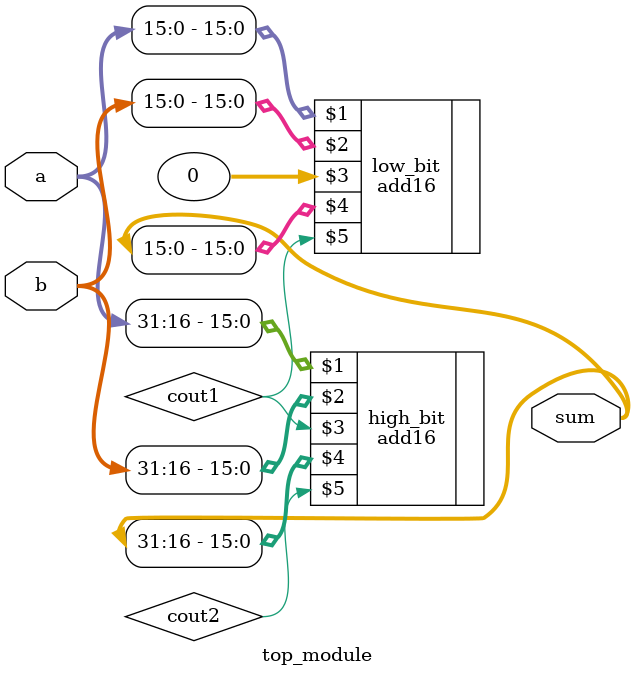
<source format=v>
module top_module(
    input [31:0] a,
    input [31:0] b,
    output [31:0] sum
);
	wire cout1, cout2;
    add16 low_bit(a[15:0], b[15:0], 0 , sum[15:0], cout1);
    add16 high_bit(a[31:16], b[31:16], cout1, sum[31:16], cout2);
    
endmodule
</source>
